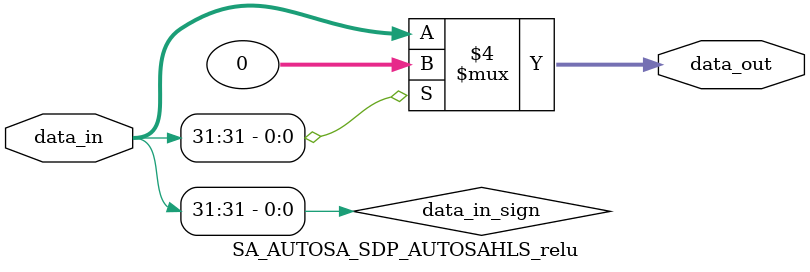
<source format=v>
module SA_AUTOSA_SDP_AUTOSAHLS_relu (
   data_in
  ,data_out
  );
parameter DATA_WIDTH = 32;
input [DATA_WIDTH-1:0] data_in;
output [DATA_WIDTH-1:0] data_out;
reg [DATA_WIDTH-1:0] data_out;
wire data_in_sign;
// synoff nets
// monitor nets
// debug nets
// tie high nets
// tie low nets
// no connect nets
// not all bits used nets
// todo nets
assign data_in_sign = data_in[DATA_WIDTH-1];
always @(
  data_in_sign
  or data_in
  ) begin
   if (!data_in_sign)
      data_out[((DATA_WIDTH) - 1):0] = data_in[((DATA_WIDTH) - 1):0];
   else
      data_out[((DATA_WIDTH) - 1):0] = {DATA_WIDTH{1'b0}};
end
endmodule // SA_AUTOSA_SDP_AUTOSAHLS_relu

</source>
